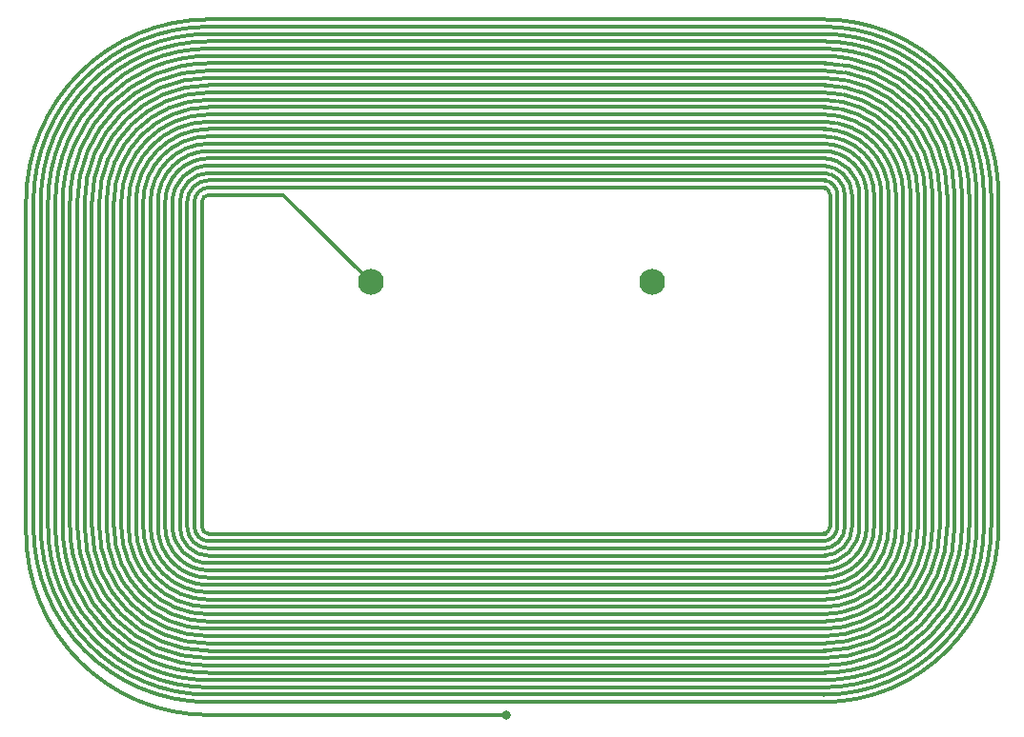
<source format=gbl>
G04 #@! TF.GenerationSoftware,KiCad,Pcbnew,(2017-06-12 revision 19d5cc754)-master*
G04 #@! TF.CreationDate,2017-12-21T18:22:36+01:00*
G04 #@! TF.ProjectId,LF_antenna_denser,4C465F616E74656E6E615F64656E7365,rev?*
G04 #@! TF.FileFunction,Copper,L2,Bot,Signal*
G04 #@! TF.FilePolarity,Positive*
%FSLAX46Y46*%
G04 Gerber Fmt 4.6, Leading zero omitted, Abs format (unit mm)*
G04 Created by KiCad (PCBNEW (2017-06-12 revision 19d5cc754)-master) date 2017 December 21, Thursday 18:22:36*
%MOMM*%
%LPD*%
G01*
G04 APERTURE LIST*
%ADD10C,0.050000*%
%ADD11C,0.300000*%
%ADD12R,1.000000X0.300000*%
%ADD13C,2.301240*%
%ADD14C,0.800000*%
G04 APERTURE END LIST*
D10*
D11*
X191250000Y-119250000D02*
X191250000Y-89750000D01*
X190600000Y-119250000D02*
X190600000Y-89750000D01*
X189950000Y-119250000D02*
X189950000Y-89750000D01*
X189300000Y-119250000D02*
X189300000Y-89750000D01*
X188650000Y-119250000D02*
X188650000Y-89750000D01*
X188000000Y-119250000D02*
X188000000Y-89750000D01*
X187350000Y-119250000D02*
X187350000Y-89750000D01*
X186700000Y-119250000D02*
X186700000Y-89750000D01*
X186050000Y-119250000D02*
X186050000Y-89750000D01*
X185400000Y-119250000D02*
X185400000Y-89750000D01*
X184750000Y-119250000D02*
X184750000Y-89750000D01*
X184100000Y-119250000D02*
X184100000Y-89750000D01*
X183450000Y-119250000D02*
X183450000Y-89750000D01*
X182800000Y-119250000D02*
X182800000Y-89750000D01*
X176300000Y-119250000D02*
X176300000Y-89750000D01*
X176950000Y-119250000D02*
X176950000Y-89750000D01*
X177600000Y-119250000D02*
X177600000Y-89750000D01*
X178250000Y-119250000D02*
X178250000Y-89750000D01*
X178900000Y-119250000D02*
X178900000Y-89750000D01*
X179550000Y-119250000D02*
X179550000Y-89750000D01*
X180200000Y-119250000D02*
X180200000Y-89750000D01*
X180850000Y-119250000D02*
X180850000Y-89750000D01*
X181500000Y-119250000D02*
X181500000Y-89750000D01*
X120500000Y-90400000D02*
X120500000Y-119250000D01*
X119850000Y-90400000D02*
X119850000Y-119250000D01*
X119200000Y-90400000D02*
X119200000Y-119250000D01*
X118550000Y-90400000D02*
X118550000Y-119250000D01*
X117900000Y-90400000D02*
X117900000Y-119250000D01*
X117250000Y-90400000D02*
X117250000Y-119250000D01*
X116600000Y-90400000D02*
X116600000Y-119250000D01*
X115950000Y-90400000D02*
X115950000Y-119250000D01*
X115300000Y-90400000D02*
X115300000Y-119250000D01*
X114650000Y-90400000D02*
X114650000Y-119250000D01*
X114000000Y-90400000D02*
X114000000Y-119250000D01*
X113350000Y-90400000D02*
X113350000Y-119250000D01*
X112700000Y-90400000D02*
X112700000Y-119250000D01*
X112050000Y-90400000D02*
X112050000Y-119250000D01*
X111400000Y-90400000D02*
X111400000Y-119250000D01*
X110750000Y-90400000D02*
X110750000Y-119250000D01*
X110100000Y-90400000D02*
X110100000Y-119250000D01*
X109450000Y-90400000D02*
X109450000Y-119250000D01*
X108800000Y-90400000D02*
X108800000Y-119250000D01*
X108150000Y-90400000D02*
X108150000Y-119250000D01*
X107500000Y-90400000D02*
X107500000Y-119250000D01*
X106850000Y-90400000D02*
X106850000Y-119250000D01*
X105550000Y-90400000D02*
X105550000Y-119250000D01*
X106200000Y-90400000D02*
X106200000Y-119250000D01*
X121150000Y-89100000D02*
X175900000Y-89100000D01*
X121150000Y-88450000D02*
X175900000Y-88450000D01*
X121150000Y-87800000D02*
X175900000Y-87800000D01*
X121150000Y-87150000D02*
X175900000Y-87150000D01*
X121150000Y-86500000D02*
X175900000Y-86500000D01*
X121150000Y-85850000D02*
X175900000Y-85850000D01*
X121150000Y-85200000D02*
X175900000Y-85200000D01*
X121150000Y-84550000D02*
X175900000Y-84550000D01*
X121150000Y-83900000D02*
X175900000Y-83900000D01*
X121150000Y-83250000D02*
X175900000Y-83250000D01*
X121150000Y-82600000D02*
X175900000Y-82600000D01*
X121150000Y-81950000D02*
X175900000Y-81950000D01*
X121150000Y-81300000D02*
X175900000Y-81300000D01*
X121150000Y-80650000D02*
X175900000Y-80650000D01*
X121150000Y-80000000D02*
X175900000Y-80000000D01*
X121150000Y-79350000D02*
X175900000Y-79350000D01*
X121150000Y-78700000D02*
X175900000Y-78700000D01*
X121150000Y-78050000D02*
X175900000Y-78050000D01*
X121150000Y-77400000D02*
X175900000Y-77400000D01*
X121150000Y-76750000D02*
X175900000Y-76750000D01*
X121150000Y-76100000D02*
X175900000Y-76100000D01*
X121150000Y-75450000D02*
X175900000Y-75450000D01*
X121150000Y-74800000D02*
X175900000Y-74800000D01*
X120900000Y-74150000D02*
X175650000Y-74150000D01*
X121150000Y-119900000D02*
X175900000Y-119900000D01*
X121150000Y-120550000D02*
X175900000Y-120550000D01*
X121150000Y-121200000D02*
X175900000Y-121200000D01*
X121150000Y-121850000D02*
X175900000Y-121850000D01*
X121150000Y-122500000D02*
X175900000Y-122500000D01*
X121150000Y-123150000D02*
X175900000Y-123150000D01*
X121150000Y-123800000D02*
X175900000Y-123800000D01*
X121150000Y-124450000D02*
X175900000Y-124450000D01*
X121150000Y-125100000D02*
X175900000Y-125100000D01*
X121150000Y-125750000D02*
X175900000Y-125750000D01*
X121150000Y-126400000D02*
X175900000Y-126400000D01*
X121150000Y-127050000D02*
X175900000Y-127050000D01*
X121150000Y-127700000D02*
X175900000Y-127700000D01*
X121150000Y-128350000D02*
X175900000Y-128350000D01*
X121150000Y-129000000D02*
X175900000Y-129000000D01*
X121150000Y-129650000D02*
X175900000Y-129650000D01*
X121150000Y-130300000D02*
X175900000Y-130300000D01*
X121150000Y-130950000D02*
X175900000Y-130950000D01*
X121150000Y-131600000D02*
X175900000Y-131600000D01*
X121150000Y-132250000D02*
X175900000Y-132250000D01*
X121150000Y-132900000D02*
X175900000Y-132900000D01*
X121150000Y-133550000D02*
X175900000Y-133550000D01*
X121150000Y-134192446D02*
X175900000Y-134192446D01*
X121150000Y-134850000D02*
X175900000Y-134850000D01*
X121150000Y-81950000D02*
G75*
G03X112700000Y-90400000I0J-8450000D01*
G01*
X121150000Y-78700000D02*
G75*
G03X109450000Y-90400000I0J-11700000D01*
G01*
X121150000Y-75450000D02*
G75*
G03X106200000Y-90400000I0J-14950000D01*
G01*
X121150000Y-89100000D02*
G75*
G03X119850000Y-90400000I0J-1300000D01*
G01*
X121150000Y-74150000D02*
G75*
G03X104900000Y-90400000I0J-16250000D01*
G01*
X121150000Y-85850000D02*
G75*
G03X116600000Y-90400000I0J-4550000D01*
G01*
X121150000Y-84550000D02*
G75*
G03X115300000Y-90400000I0J-5850000D01*
G01*
X121150000Y-80000000D02*
G75*
G03X110750000Y-90400000I0J-10400000D01*
G01*
X121150000Y-89750000D02*
G75*
G03X120500000Y-90400000I0J-650000D01*
G01*
X121150000Y-86500000D02*
G75*
G03X117250000Y-90400000I0J-3900000D01*
G01*
X121150000Y-79350000D02*
G75*
G03X110100000Y-90400000I0J-11050000D01*
G01*
X121150000Y-87800000D02*
G75*
G03X118550000Y-90400000I0J-2600000D01*
G01*
X121150000Y-87150000D02*
G75*
G03X117900000Y-90400000I0J-3250000D01*
G01*
X121150000Y-88450000D02*
G75*
G03X119200000Y-90400000I0J-1950000D01*
G01*
X121150000Y-83250000D02*
G75*
G03X114000000Y-90400000I0J-7150000D01*
G01*
X121150000Y-77400000D02*
G75*
G03X108150000Y-90400000I0J-13000000D01*
G01*
X121150000Y-76100000D02*
G75*
G03X106850000Y-90400000I0J-14300000D01*
G01*
X121150000Y-80650000D02*
G75*
G03X111400000Y-90400000I0J-9750000D01*
G01*
X121150000Y-81300000D02*
G75*
G03X112050000Y-90400000I0J-9100000D01*
G01*
X121150000Y-78050000D02*
G75*
G03X108800000Y-90400000I0J-12350000D01*
G01*
X121150000Y-82600000D02*
G75*
G03X113350000Y-90400000I0J-7800000D01*
G01*
X121150000Y-76750000D02*
G75*
G03X107500000Y-90400000I0J-13650000D01*
G01*
X121150000Y-85200000D02*
G75*
G03X115950000Y-90400000I0J-5200000D01*
G01*
X121150000Y-74800000D02*
G75*
G03X105550000Y-90400000I0J-15600000D01*
G01*
X121150000Y-83900000D02*
G75*
G03X114650000Y-90400000I0J-6500000D01*
G01*
X184100000Y-89750000D02*
G75*
G03X175650000Y-81300000I-8450000J0D01*
G01*
X187350000Y-89750000D02*
G75*
G03X175650000Y-78050000I-11700000J0D01*
G01*
X190600000Y-89750000D02*
G75*
G03X175650000Y-74800000I-14950000J0D01*
G01*
X188650000Y-89750000D02*
G75*
G03X175650000Y-76750000I-13000000J0D01*
G01*
X189950000Y-89750000D02*
G75*
G03X175650000Y-75450000I-14300000J0D01*
G01*
X185400000Y-89750000D02*
G75*
G03X175650000Y-80000000I-9750000J0D01*
G01*
X184750000Y-89750000D02*
G75*
G03X175650000Y-80650000I-9100000J0D01*
G01*
X188000000Y-89750000D02*
G75*
G03X175650000Y-77400000I-12350000J0D01*
G01*
X183450000Y-89750000D02*
G75*
G03X175650000Y-81950000I-7800000J0D01*
G01*
X189300000Y-89750000D02*
G75*
G03X175650000Y-76100000I-13650000J0D01*
G01*
X180850000Y-89750000D02*
G75*
G03X175650000Y-84550000I-5200000J0D01*
G01*
X191250000Y-89750000D02*
G75*
G03X175650000Y-74150000I-15600000J0D01*
G01*
X182150000Y-89750000D02*
G75*
G03X175650000Y-83250000I-6500000J0D01*
G01*
X178250000Y-89750000D02*
G75*
G03X175650000Y-87150000I-2600000J0D01*
G01*
X178900000Y-89750000D02*
G75*
G03X175650000Y-86500000I-3250000J0D01*
G01*
X182150000Y-119250000D02*
X182150000Y-89750000D01*
X177600000Y-89750000D02*
G75*
G03X175650000Y-87800000I-1950000J0D01*
G01*
X181500000Y-89750000D02*
G75*
G03X175650000Y-83900000I-5850000J0D01*
G01*
X186050000Y-89750000D02*
G75*
G03X175650000Y-79350000I-10400000J0D01*
G01*
X176300000Y-89750000D02*
G75*
G03X175650000Y-89100000I-650000J0D01*
G01*
X179550000Y-89750000D02*
G75*
G03X175650000Y-85850000I-3900000J0D01*
G01*
X186700000Y-89750000D02*
G75*
G03X175650000Y-78700000I-11050000J0D01*
G01*
X176950000Y-89750000D02*
G75*
G03X175650000Y-88450000I-1300000J0D01*
G01*
X180200000Y-89750000D02*
G75*
G03X175650000Y-85200000I-4550000J0D01*
G01*
X182800000Y-89750000D02*
G75*
G03X175650000Y-82600000I-7150000J0D01*
G01*
X105550000Y-119250000D02*
G75*
G03X121150000Y-134850000I15600000J0D01*
G01*
X110750000Y-119250000D02*
G75*
G03X121150000Y-129650000I10400000J0D01*
G01*
X118550000Y-119250000D02*
G75*
G03X121150000Y-121850000I2600000J0D01*
G01*
X111400000Y-119250000D02*
G75*
G03X121150000Y-129000000I9750000J0D01*
G01*
X110100000Y-119250000D02*
G75*
G03X121150000Y-130300000I11050000J0D01*
G01*
X104900000Y-119750000D02*
G75*
G03X121150000Y-136000000I16250000J0D01*
G01*
X104900000Y-90400000D02*
X104900000Y-119750000D01*
X107500000Y-119250000D02*
G75*
G03X121150000Y-132900000I13650000J0D01*
G01*
X109450000Y-119250000D02*
G75*
G03X121150000Y-130950000I11700000J0D01*
G01*
X113350000Y-119250000D02*
G75*
G03X121150000Y-127050000I7800000J0D01*
G01*
X112050000Y-119250000D02*
G75*
G03X121150000Y-128350000I9100000J0D01*
G01*
X115950000Y-119250000D02*
G75*
G03X121150000Y-124450000I5200000J0D01*
G01*
X115300000Y-119250000D02*
G75*
G03X121150000Y-125100000I5850000J0D01*
G01*
X116600000Y-119250000D02*
G75*
G03X121150000Y-123800000I4550000J0D01*
G01*
X120500000Y-119250000D02*
G75*
G03X121150000Y-119900000I650000J0D01*
G01*
X119850000Y-119250000D02*
G75*
G03X121150000Y-120550000I1300000J0D01*
G01*
X112700000Y-119250000D02*
G75*
G03X121150000Y-127700000I8450000J0D01*
G01*
X117900000Y-119250000D02*
G75*
G03X121150000Y-122500000I3250000J0D01*
G01*
X119200000Y-119250000D02*
G75*
G03X121150000Y-121200000I1950000J0D01*
G01*
X114650000Y-119250000D02*
G75*
G03X121150000Y-125750000I6500000J0D01*
G01*
X106850000Y-119250000D02*
G75*
G03X121150000Y-133550000I14300000J0D01*
G01*
X108800000Y-119250000D02*
G75*
G03X121150000Y-131600000I12350000J0D01*
G01*
X117250000Y-119250000D02*
G75*
G03X121150000Y-123150000I3900000J0D01*
G01*
X106200000Y-119242446D02*
G75*
G03X121150000Y-134192446I14950000J0D01*
G01*
X114000000Y-119250000D02*
G75*
G03X121150000Y-126400000I7150000J0D01*
G01*
X108150000Y-119250000D02*
G75*
G03X121150000Y-132250000I13000000J0D01*
G01*
X175650000Y-134850000D02*
G75*
G03X191250000Y-119250000I0J15600000D01*
G01*
X175650000Y-134200000D02*
G75*
G03X190600000Y-119250000I0J14950000D01*
G01*
X175650000Y-133550000D02*
G75*
G03X189950000Y-119250000I0J14300000D01*
G01*
X175650000Y-132900000D02*
G75*
G03X189300000Y-119250000I0J13650000D01*
G01*
X175650000Y-132250000D02*
G75*
G03X188650000Y-119250000I0J13000000D01*
G01*
X175650000Y-131600000D02*
G75*
G03X188000000Y-119250000I0J12350000D01*
G01*
X175650000Y-130950000D02*
G75*
G03X187350000Y-119250000I0J11700000D01*
G01*
X175650000Y-130300000D02*
G75*
G03X186700000Y-119250000I0J11050000D01*
G01*
X175650000Y-129650000D02*
G75*
G03X186050000Y-119250000I0J10400000D01*
G01*
X175650000Y-129000000D02*
G75*
G03X185400000Y-119250000I0J9750000D01*
G01*
X175650000Y-128350000D02*
G75*
G03X184750000Y-119250000I0J9100000D01*
G01*
X175650000Y-127700000D02*
G75*
G03X184100000Y-119250000I0J8450000D01*
G01*
X175650000Y-127050000D02*
G75*
G03X183450000Y-119250000I0J7800000D01*
G01*
X175650000Y-126400000D02*
G75*
G03X182800000Y-119250000I0J7150000D01*
G01*
X175650000Y-125750000D02*
G75*
G03X182150000Y-119250000I0J6500000D01*
G01*
X175650000Y-125100000D02*
G75*
G03X181500000Y-119250000I0J5850000D01*
G01*
X175650000Y-124450000D02*
G75*
G03X180850000Y-119250000I0J5200000D01*
G01*
X175650000Y-123800000D02*
G75*
G03X180200000Y-119250000I0J4550000D01*
G01*
X175650000Y-123150000D02*
G75*
G03X179550000Y-119250000I0J3900000D01*
G01*
X175650000Y-122500000D02*
G75*
G03X178900000Y-119250000I0J3250000D01*
G01*
X175650000Y-121850000D02*
G75*
G03X178250000Y-119250000I0J2600000D01*
G01*
X175650000Y-121200000D02*
G75*
G03X177600000Y-119250000I0J1950000D01*
G01*
X175650000Y-120550000D02*
G75*
G03X176950000Y-119250000I0J1300000D01*
G01*
X175650000Y-119900000D02*
G75*
G03X176300000Y-119250000I0J650000D01*
G01*
X120900000Y-136000000D02*
X125150000Y-136000000D01*
D12*
X121650000Y-89750000D03*
X125400000Y-136000000D03*
D13*
X135500000Y-97500000D03*
X160498680Y-97500000D03*
D14*
X147500000Y-136000000D03*
D11*
X121650000Y-89750000D02*
X127750000Y-89750000D01*
X127750000Y-89750000D02*
X135500000Y-97500000D01*
X125400000Y-136000000D02*
X147500000Y-136000000D01*
M02*

</source>
